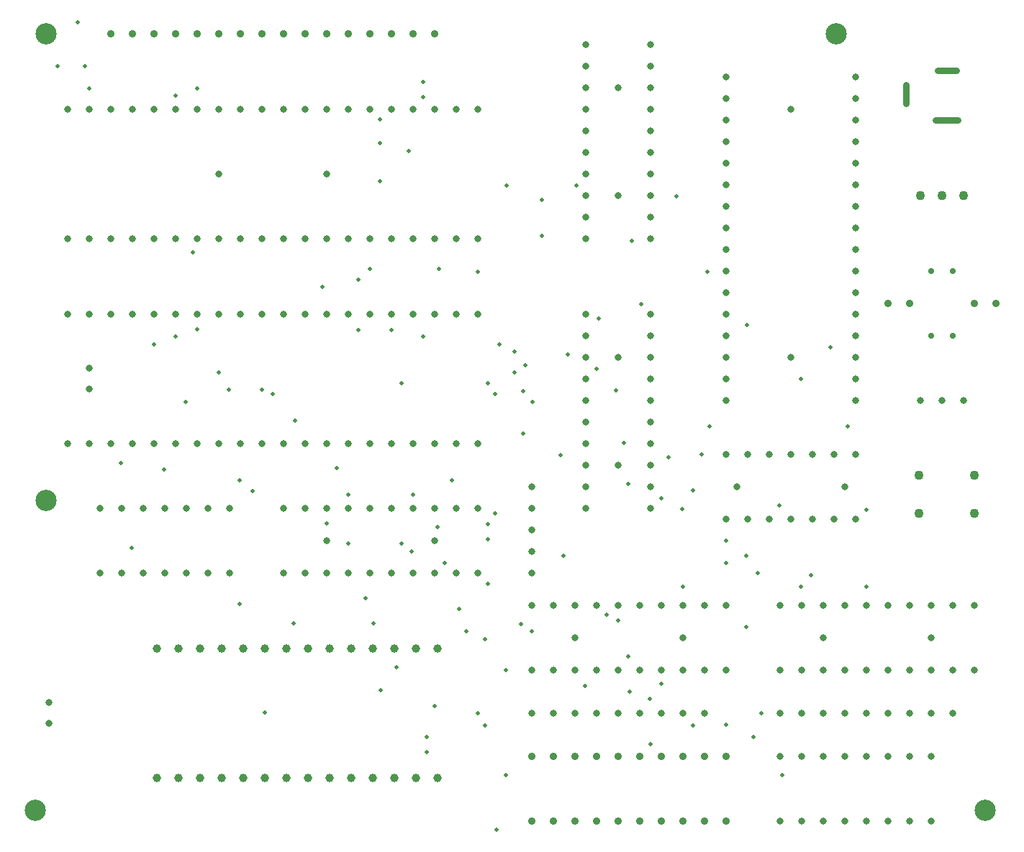
<source format=gbr>
%TF.GenerationSoftware,Novarm,DipTrace,4.3.0.4*%
%TF.CreationDate,2023-09-26T18:22:57+01:00*%
%FSLAX26Y26*%
%MOIN*%
%TF.FileFunction,Plated,1,2,PTH,Drill*%
%TF.Part,Single*%
%TA.AperFunction,ComponentDrill*%
%ADD13C,0.03937*%
%TA.AperFunction,ViaDrill*%
%ADD40C,0.019121*%
%TA.AperFunction,ComponentDrill*%
%ADD41C,0.035433*%
%ADD42C,0.031496*%
%ADD43C,0.098425*%
%ADD44C,0.027559*%
%ADD45C,0.036*%
%ADD46C,0.043307*%
G75*
G01*
D41*
X4797638Y2893701D3*
X4697638D3*
D42*
X3297638Y2843701D3*
Y2743701D3*
Y2643701D3*
Y2543701D3*
Y2443701D3*
Y2343701D3*
Y2243701D3*
Y2143701D3*
Y2043701D3*
Y1943701D3*
X3597638D3*
Y2043701D3*
Y2143701D3*
Y2243701D3*
Y2343701D3*
Y2443701D3*
Y2543701D3*
Y2643701D3*
Y2743701D3*
Y2843701D3*
X1597638Y3493701D3*
X2097638D3*
X4197638Y993701D3*
X4297638D3*
X4397638D3*
X4497638D3*
X4597638D3*
X4697638D3*
X4797638D3*
X4897638D3*
X4997638D3*
D43*
X747638Y543701D3*
D42*
X4397638Y1343701D3*
X4897638D3*
X897638Y2243701D3*
X997638D3*
X1097638D3*
X1197638D3*
X1297638D3*
X1397638D3*
X1497638D3*
X1597638D3*
X1697638D3*
X1797638D3*
X1897638D3*
X1997638D3*
X2097638D3*
X2197638D3*
X2297638D3*
X2397638D3*
X2497638D3*
X2597638D3*
X2697638D3*
X2797638D3*
Y2843701D3*
X2697638D3*
X2597638D3*
X2497638D3*
X2397638D3*
X2297638D3*
X2197638D3*
X2097638D3*
X1997638D3*
X1897638D3*
X1797638D3*
X1697638D3*
X1597638D3*
X1497638D3*
X1397638D3*
X1297638D3*
X1197638D3*
X1097638D3*
X997638D3*
X897638D3*
X3447638Y2643701D3*
Y2143701D3*
X2097638Y1793701D3*
X2597638D3*
X4197638Y1193701D3*
X4297638D3*
X4397638D3*
X4497638D3*
X4597638D3*
X4697638D3*
X4797638D3*
X4897638D3*
X4997638D3*
X5097638D3*
Y1493701D3*
X4997638D3*
X4897638D3*
X4797638D3*
X4697638D3*
X4597638D3*
X4497638D3*
X4397638D3*
X4297638D3*
X4197638D3*
X997638Y2593701D3*
Y2495276D3*
D13*
X1313386Y693701D3*
X1413386D3*
X1513386D3*
X1613386D3*
X1713386D3*
X1813386D3*
X1913386D3*
X2013386D3*
X2113386D3*
X2213386D3*
X2313386D3*
X2413386D3*
X2513386D3*
X2613386D3*
Y1293701D3*
X2513386D3*
X2413386D3*
X2313386D3*
X2213386D3*
X2113386D3*
X2013386D3*
X1913386D3*
X1813386D3*
X1713386D3*
X1613386D3*
X1513386D3*
X1413386D3*
X1313386D3*
D42*
X4247638Y3793701D3*
Y2643701D3*
D41*
X5097638Y2893701D3*
X5197638D3*
D42*
X3447638Y3893701D3*
Y3393701D3*
X3047638Y993701D3*
X3147638D3*
X3247638D3*
X3347638D3*
X3447638D3*
X3547638D3*
X3647638D3*
X3747638D3*
X3847638D3*
D43*
X5147638Y543701D3*
X4920079Y3743701D2*
D42*
X5022441D1*
X4927953Y3972047D2*
X5014567D1*
X4782283Y3818504D2*
Y3905118D1*
X3047638Y1193701D3*
X3147638D3*
X3247638D3*
X3347638D3*
X3447638D3*
X3547638D3*
X3647638D3*
X3747638D3*
X3847638D3*
X3947638D3*
Y1493701D3*
X3847638D3*
X3747638D3*
X3647638D3*
X3547638D3*
X3447638D3*
X3347638D3*
X3247638D3*
X3147638D3*
X3047638D3*
Y1642913D3*
Y1742913D3*
Y1842913D3*
Y1942913D3*
Y2042913D3*
D44*
X4997638Y2743701D3*
Y3043701D3*
D42*
X1347638Y1943701D3*
Y1643701D3*
X1047638D3*
X1147638D3*
X1247638D3*
X1447638D3*
X1547638D3*
X1647638D3*
Y1943701D3*
X1547638D3*
X1447638D3*
X1247638D3*
X1147638D3*
X1047638D3*
X3947638Y3943701D3*
Y3843701D3*
Y3743701D3*
Y3643701D3*
Y3543701D3*
Y3443701D3*
Y3343701D3*
Y3243701D3*
Y3143701D3*
Y3043701D3*
Y2943701D3*
Y2843701D3*
Y2743701D3*
Y2643701D3*
Y2543701D3*
Y2443701D3*
X4547638D3*
Y2543701D3*
Y2643701D3*
Y2743701D3*
Y2843701D3*
Y2943701D3*
Y3043701D3*
Y3143701D3*
Y3243701D3*
Y3343701D3*
Y3443701D3*
Y3543701D3*
Y3643701D3*
Y3743701D3*
Y3843701D3*
Y3943701D3*
X4197638Y493701D3*
X4297638D3*
X4397638D3*
X4497638D3*
X4597638D3*
X4697638D3*
X4797638D3*
X4897638D3*
Y793701D3*
X4797638D3*
X4697638D3*
X4597638D3*
X4497638D3*
X4397638D3*
X4297638D3*
X4197638D3*
X3997638Y2043701D3*
X4497638D3*
X813386Y1043701D3*
Y945276D3*
D43*
X797638Y4143701D3*
Y1979921D3*
D41*
X1297638Y4143701D3*
X2497638D3*
X2597638D3*
D43*
X4457480D3*
D41*
X1097638D3*
X1197638D3*
X1397638D3*
X1497638D3*
X1597638D3*
X1697638D3*
X1797638D3*
X1897638D3*
X1997638D3*
X2097638D3*
X2197638D3*
X2297638D3*
X2397638D3*
D42*
X2797638Y3793701D3*
X2697638D3*
X2597638D3*
X2497638D3*
X2397638D3*
X2297638D3*
X2197638D3*
X2097638D3*
X1997638D3*
X1897638D3*
X1797638D3*
X1697638D3*
X1597638D3*
X1497638D3*
X1397638D3*
X1297638D3*
X1197638D3*
X1097638D3*
X997638D3*
X897638D3*
Y3193701D3*
X997638D3*
X1097638D3*
X1197638D3*
X1297638D3*
X1397638D3*
X1497638D3*
X1597638D3*
X1697638D3*
X1797638D3*
X1897638D3*
X1997638D3*
X2097638D3*
X2197638D3*
X2297638D3*
X2397638D3*
X2497638D3*
X2597638D3*
X2697638D3*
X2797638D3*
X4847638Y2443701D3*
X4947638D3*
X5047638D3*
X3247638Y1343701D3*
X3747638D3*
D44*
X4897638Y2743701D3*
Y3043701D3*
D42*
X3947638Y1893701D3*
X4047638D3*
X4147638D3*
X4247638D3*
X4347638D3*
X4447638D3*
X4547638D3*
Y2193701D3*
X4447638D3*
X4347638D3*
X4247638D3*
X4147638D3*
X4047638D3*
X3947638D3*
X1897638Y1643701D3*
X1997638D3*
X2097638D3*
X2197638D3*
X2297638D3*
X2397638D3*
X2497638D3*
X2597638D3*
X2697638D3*
X2797638D3*
Y1943701D3*
X2697638D3*
X2597638D3*
X2497638D3*
X2397638D3*
X2297638D3*
X2197638D3*
X2097638D3*
X1997638D3*
X1897638D3*
D45*
X3047638Y493701D3*
X3147638D3*
X3247638D3*
X3347638D3*
X3447638D3*
X3547638D3*
X3647638D3*
X3747638D3*
X3847638D3*
X3947638D3*
Y793701D3*
X3847638D3*
X3747638D3*
X3647638D3*
X3547638D3*
X3447638D3*
X3347638D3*
X3247638D3*
X3147638D3*
X3047638D3*
D42*
X3297638Y4093701D3*
Y3993701D3*
Y3893701D3*
Y3793701D3*
Y3693701D3*
Y3593701D3*
Y3493701D3*
Y3393701D3*
Y3293701D3*
Y3193701D3*
X3597638D3*
Y3293701D3*
Y3393701D3*
Y3493701D3*
Y3593701D3*
Y3693701D3*
Y3793701D3*
Y3893701D3*
Y3993701D3*
Y4093701D3*
D46*
X5097638Y1918701D3*
X4841732D3*
X5097638Y2095866D3*
X4841732D3*
X4847638Y3393701D3*
X4947638D3*
X5047638D3*
D40*
X4044055Y2793701D3*
X2421736Y1207914D3*
X2745712Y1371575D3*
X3047638D3*
X4093897Y1642914D3*
X3598248Y848469D3*
X2563716Y813705D3*
X4193893Y1955040D3*
X3746870Y1940122D3*
X2078665Y2969236D3*
X1397638Y2739492D3*
X1478661Y3129331D3*
X1813386Y997441D3*
X3017720Y2606736D3*
X1343901Y2124040D3*
X3052484Y2437524D3*
X1443901D3*
X2878665Y2472288D3*
X1847480D3*
X2843901Y2522130D3*
X2443901D3*
Y1779173D3*
X2197638D3*
X3093901Y3374729D3*
Y3205201D3*
X3254263Y3439965D3*
X2933114D3*
X2878665Y1919965D3*
X2493744Y1744410D3*
X3493901Y1255040D3*
Y2055201D3*
X2243897Y3004000D3*
X3836145Y2193862D3*
X4076535Y883232D3*
X2563716D3*
X3683271Y2178469D3*
X3793901Y2025209D3*
Y937681D3*
X2832401D3*
X1756500Y2024725D3*
X3348512Y2589965D3*
X2997799Y1406819D3*
X851374Y3994095D3*
X978661D3*
X3513586Y3183780D3*
X3358980Y2824729D3*
X1497638Y2774256D3*
X3181850Y2189965D3*
X2397638Y2769701D3*
X2243901D3*
X3193901Y1724729D3*
X4043740D3*
X3870909Y2324729D3*
X4512870D3*
X4597638Y1937075D3*
Y1579331D3*
X3393901Y1450327D3*
X2598480Y1024882D3*
X3439452Y2489965D3*
X3647638Y1129173D3*
X4293897Y1579331D3*
X2832405Y1336811D3*
X2843901Y1594410D3*
X1952090Y2348311D3*
X4293897Y2543701D3*
X3747638Y1579331D3*
X3474216Y2246969D3*
X4343740Y1633780D3*
X1943901Y1410945D3*
X2316618D3*
X3647185Y1989965D3*
X2710949Y1475040D3*
X1693901Y2074567D3*
Y1499370D3*
X2278665Y1524882D3*
X1797638Y2492457D3*
X1643901D3*
X2348153Y1099016D3*
X3502086Y1094410D3*
X3216614Y2655201D3*
X3293901Y1119020D3*
X3718035Y3389961D3*
X3554263Y2889965D3*
X2967878Y2668559D3*
X943897Y4197839D3*
X2898350Y2703323D3*
X1297638D3*
X1193901Y1760847D3*
X1143901Y2152874D3*
X3947638Y940414D3*
X3007248Y2289961D3*
Y2487366D3*
X2643901Y1689961D3*
X4111299Y993701D3*
X2797638D3*
X2143901Y2129012D3*
X2612874Y1855040D3*
X2343901Y3635358D3*
Y3458937D3*
X2478661Y3600599D3*
X2543897Y3920591D3*
Y3851063D3*
X1397638Y3855043D3*
X1497634Y3889807D3*
X997638D3*
X2843901Y1870122D3*
Y1800595D3*
X2497638Y2005040D3*
X2967878Y2571973D3*
X1597638D3*
X3593901Y1059646D3*
X4041771Y1392988D3*
X3447638Y1424725D3*
X2886854Y453543D3*
X2930224Y1193701D3*
Y708071D3*
X4209134D3*
X2678665Y2074567D3*
X3947638Y1794256D3*
Y1689173D3*
X2197638Y2005040D3*
X4432673Y2689961D3*
X2097638Y1874725D3*
X2297638Y3052154D3*
X2617326D3*
X3862244Y3038240D3*
X2797641D3*
X2343897Y3748154D3*
X2543901Y2739492D3*
M02*

</source>
